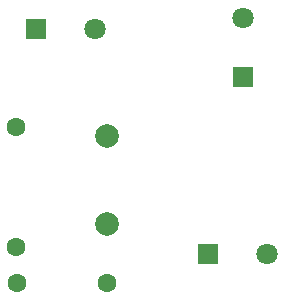
<source format=gbr>
%TF.GenerationSoftware,KiCad,Pcbnew,9.0.2*%
%TF.CreationDate,2025-06-02T11:29:15-03:00*%
%TF.ProjectId,PCB_Borneras,5043425f-426f-4726-9e65-7261732e6b69,rev?*%
%TF.SameCoordinates,Original*%
%TF.FileFunction,Copper,L2,Bot*%
%TF.FilePolarity,Positive*%
%FSLAX46Y46*%
G04 Gerber Fmt 4.6, Leading zero omitted, Abs format (unit mm)*
G04 Created by KiCad (PCBNEW 9.0.2) date 2025-06-02 11:29:15*
%MOMM*%
%LPD*%
G01*
G04 APERTURE LIST*
%TA.AperFunction,ComponentPad*%
%ADD10C,1.600000*%
%TD*%
%TA.AperFunction,ComponentPad*%
%ADD11R,1.800000X1.800000*%
%TD*%
%TA.AperFunction,ComponentPad*%
%ADD12C,1.800000*%
%TD*%
%TA.AperFunction,ComponentPad*%
%ADD13C,2.000000*%
%TD*%
G04 APERTURE END LIST*
D10*
%TO.P,R1,1*%
%TO.N,Net-(C1-Pad1)*%
X104500000Y-76000000D03*
%TO.P,R1,2*%
%TO.N,Net-(J2-Pad1)*%
X96880000Y-76000000D03*
%TD*%
D11*
%TO.P,J3,1,1*%
%TO.N,Net-(C1-Pad1)*%
X116000000Y-58500000D03*
D12*
%TO.P,J3,2,2*%
%TO.N,Net-(C1-Pad2)*%
X116000000Y-53500000D03*
%TD*%
D11*
%TO.P,J1,1,1*%
%TO.N,Net-(J1-Pad1)*%
X98500000Y-54500000D03*
D12*
%TO.P,J1,2,2*%
%TO.N,Net-(C1-Pad2)*%
X103500000Y-54500000D03*
%TD*%
D11*
%TO.P,J2,1,1*%
%TO.N,Net-(J2-Pad1)*%
X113000000Y-73500000D03*
D12*
%TO.P,J2,2,2*%
%TO.N,Net-(C1-Pad1)*%
X118000000Y-73500000D03*
%TD*%
D13*
%TO.P,C1,1*%
%TO.N,Net-(C1-Pad1)*%
X104500000Y-71000000D03*
%TO.P,C1,2*%
%TO.N,Net-(C1-Pad2)*%
X104500000Y-63500000D03*
%TD*%
D10*
%TO.P,L1,1,1*%
%TO.N,Net-(J1-Pad1)*%
X96800000Y-62800000D03*
%TO.P,L1,2,2*%
%TO.N,Net-(J2-Pad1)*%
X96800000Y-72960000D03*
%TD*%
M02*

</source>
